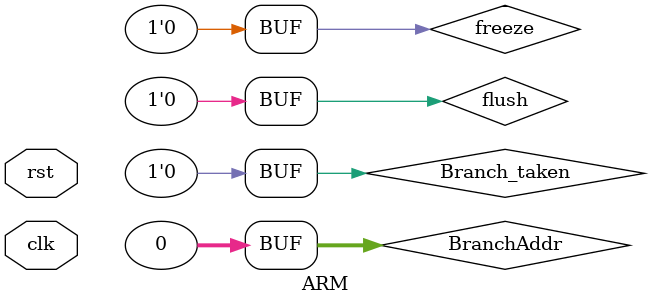
<source format=v>
module ARM(input clk, rst);
    reg freeze = 0, Branch_taken = 0, flush = 0;
    reg [31:0] BranchAddr = 32'b0;
    wire [31:0] Instruction, Instruction_in;
    wire [31:0] PC [0:8];

    //ID Stage wires
    wire ID_WB_EN, ID_MEM_R_EN, ID_MEM_W_EN, ID_B, ID_S, ID_imm, ID_Two_src;
    wire [3:0] ID_EXE_CMD, ID_Dest, ID_src1, ID_src2;
    wire [31:0] ID_Val_Rn, ID_Val_Rm;
    wire [11:0] ID_Shift_operand;
    wire [23:0] ID_Signed_imm_24;
    
    wire ID_Reg_WB_EN, ID_Reg_MEM_R_EN, ID_Reg_MEM_W_EN, ID_Reg_B, ID_Reg_S, ID_Reg_imm, ID_Reg_Two_src;
    wire [3:0] ID_Reg_EXE_CMD, ID_Reg_Dest, ID_Reg_src1, ID_Reg_src2;
    wire [31:0] ID_Reg_Val_Rn, ID_Reg_Val_Rm;
    wire [11:0] ID_Reg_Shift_operand;
    wire [23:0] ID_Reg_Signed_imm_24;

    //EXE Stage wires
    wire [31:0] EXE_ALU_result, EXE_Br_addr;
    wire [3:0] EXE_status, SR;

    wire Exe_Reg_WB_EN, Exe_Reg_MEM_R_EN, Exe_Reg_MEM_W_EN;
    wire [31:0] EXE_Reg_ALU_result, Exe_Reg_Val_Rm;
    wire [3:0] Exe_Reg_Dest;

    //WB Stage wires

    //MEM Stage wires

    //IF Stage
    IF_Stage if_stage(clk, rst, freeze, Branch_taken, BranchAddr, PC[0], Instruction_in);
    IF_Stage_Reg if_stage_reg(clk, rst, freeze, flush, PC[0], Instruction_in, PC[1], Instruction);

    //ID Stage
    ID_Stage id_stage(
        clk, rst, PC[1], Instruction, 32'b0, 1'b0, 4'b0, 1'b0, SR,
        ID_WB_EN, ID_MEM_R_EN, ID_MEM_W_EN, ID_B, ID_S, 
        ID_EXE_CMD, ID_Val_Rn, ID_Val_Rm, PC[2], ID_imm, ID_Shift_operand,
        ID_Signed_imm_24, ID_Dest, ID_src1, ID_src2, ID_Two_src
    );
    ID_Stage_Reg id_stage_reg(
        clk, rst, flush, ID_WB_EN, ID_MEM_R_EN, ID_MEM_W_EN, ID_B, ID_S, ID_EXE_CMD, PC[2],
        ID_Val_Rn, ID_Val_Rm, ID_imm, ID_Shift_operand, ID_Signed_imm_24, ID_Dest,
        ID_Reg_WB_EN, ID_Reg_MEM_R_EN, ID_Reg_MEM_W_EN, ID_Reg_B, ID_Reg_S, ID_Reg_EXE_CMD, PC[3],
        ID_Reg_Val_Rn, ID_Reg_Val_Rm, ID_Reg_imm, ID_Reg_Shift_operand, ID_Reg_Signed_imm_24, ID_Reg_Dest
    );

    //EXE Stage
    Status_Register status_register(
        clk, rst, ID_Reg_S, EXE_status, SR
    );
    EXE_Stage exe_stage(
        clk, ID_Reg_EXE_CMD, ID_Reg_MEM_R_EN, ID_Reg_MEM_W_EN, PC[3], ID_Reg_Val_Rn, ID_Reg_Val_Rm,
        ID_Reg_imm, ID_Reg_Shift_operand, ID_Reg_Signed_imm_24, SR,
        EXE_ALU_result, EXE_Br_addr, EXE_status
    );
    EXE_Stage_Reg exe_stage_reg(
        clk, rst, ID_Reg_WB_EN, ID_Reg_MEM_R_EN, ID_Reg_MEM_W_EN, EXE_ALU_result, ID_Reg_Val_Rm, ID_Reg_Dest,
        Exe_Reg_WB_EN, Exe_Reg_MEM_R_EN, Exe_Reg_MEM_W_EN, EXE_Reg_ALU_result, Exe_Reg_Val_Rm, Exe_Reg_Dest
    );
    
    //MEM Stage
    MEM_Stage mem_stage(clk, rst, PC[5], PC[6]);
    MEM_Stage_Reg mem_stage_reg(clk, rst, PC[6], PC[7]);

    //WB Stage
    
endmodule
</source>
